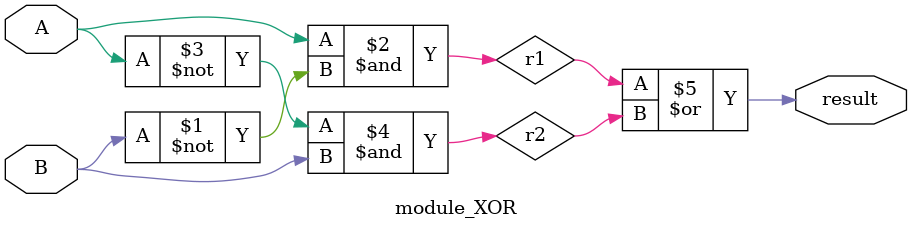
<source format=v>
module module_XOR(result,A,B);


		input A,B;
		output result;
		wire r1,r2;

		and x(r1, A, ~B);
		and y(r2, ~A,B);
		or z(result, r1,r2);


endmodule 
</source>
